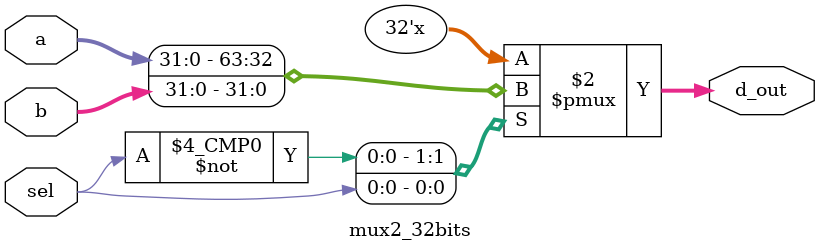
<source format=v>
module mux2_32bits(a,b,sel,d_out); // this module means 32 bits 2 to 1 multiplexer
input [31:0] a,b; // define 32 bits input a,b
input sel; // define input sel
output reg [31:0] d_out; // define 32 bits output and reg d_out

always @ (sel, a, b) // Calculate the d_out through the case statement
	begin // it means 1 time loop, begin - end means { }
		case(sel)
		1'b0: d_out <= a;
		1'b1: d_out <= b;
		default: d_out <= 32'bx; // To prevent the problem of latch
		endcase // end of case 
	end
	
endmodule // end of module

// The above command is if(sel) and assign a:b? a: same as b
</source>
